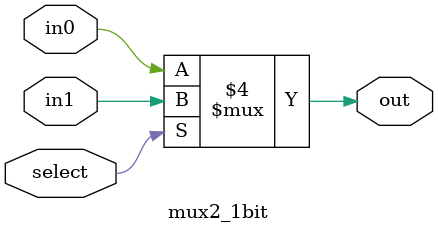
<source format=sv>
`timescale 1ns / 1ps


module mux2_1bit(input logic in0,in1, select, output logic out);


always_comb begin

if(~select)
    out = in0;
    
else
    out = in1;

end


endmodule


</source>
